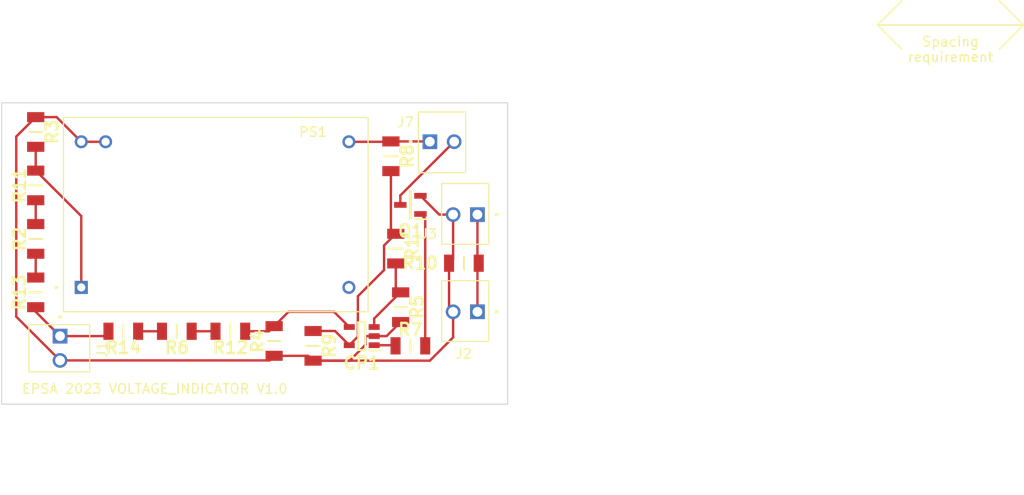
<source format=kicad_pcb>
(kicad_pcb (version 20221018) (generator pcbnew)
  (layers (0 "F.Cu" signal) (31 "B.Cu" signal) (34 "B.Paste" user) (35 "F.Paste" user) (36 "B.SilkS" user "B.Silkscreen") (37 "F.SilkS" user "F.Silkscreen") (38 "B.Mask" user) (39 "F.Mask" user) (44 "Edge.Cuts" user))
  (net 0 "")
  (net 1 "Net-(CP1-OUT)")
  (net 2 "0")
  (net 3 "Net-(CP1-IN-)")
  (net 4 "Net-(CP1-IN+)")
  (net 5 "5V")
  (net 6 "/150V")
  (net 7 "12V")
  (net 8 "Net-(Q1-Pad1)")
  (net 9 "LED-")
  (net 10 "HV+")
  (net 11 "OK_HS_IMD")
  (net 12 "Net-(R11-Pad1)")
  (net 13 "Net-(R12-Pad2)")
  (net 14 "Net-(R13-Pad2)")
  (net 15 "Net-(R14-Pad1)")
  (footprint "EPSA_lib:SOT95P237X112-3N" (layer "F.Cu") (at 169.672 61.468 180)
    (fp_text reference "Q1" (at -0.013584 -2.730562) (layer "F.SilkS") (effects (font (size 1.27 1.27) (thickness 0.254))))
    (fp_text value "NMOS SQ2348ES-T1_GE3" hide)
    (fp_line (start -1.7 -1.5) (end -0.4 -1.5) (stroke (width 0.2)) (layer "F.SilkS"))
    (fp_line (start -0.05 -1.46) (end 0.05 -1.46) (stroke (width 0.2)) (layer "F.SilkS"))
    (fp_line (start -0.05 1.46) (end -0.05 -1.46) (stroke (width 0.2)) (layer "F.SilkS"))
    (fp_line (start 0.05 -1.46) (end 0.05 1.46) (stroke (width 0.2)) (layer "F.SilkS"))
    (fp_line (start 0.05 1.46) (end -0.05 1.46) (stroke (width 0.2)) (layer "F.SilkS"))
    (pad "1" smd rect (at -1.05 -0.95 270) (size 0.6 1.3) (layers "F.Cu" "F.Paste" "F.Mask") (net 8 "Net-(Q1-Pad1)"))
    (pad "2" smd rect (at -1.05 0.95 270) (size 0.6 1.3) (layers "F.Cu" "F.Paste" "F.Mask") (net 2 "0"))
    (pad "3" smd rect (at 1.05 0 270) (size 0.6 1.3) (layers "F.Cu" "F.Paste" "F.Mask") (net 9 "LED-"))
  )
  (footprint "EPSA_lib:RESC3216X70N" (layer "F.Cu") (at 155.448 75.692 90)
    (fp_text reference "R4" (at -0.011901 -1.701971 90) (layer "F.SilkS") (effects (font (size 1.27 1.27) (thickness 0.254))))
    (fp_text value "10k" hide)
    (fp_line (start 0 -0.7) (end 0 0.7) (stroke (width 0.2)) (layer "F.SilkS"))
    (pad "1" smd rect (at -1.55 0 90) (size 1.05 1.8) (layers "F.Cu" "F.Paste" "F.Mask") (net 2 "0"))
    (pad "2" smd rect (at 1.55 0 90) (size 1.05 1.8) (layers "F.Cu" "F.Paste" "F.Mask") (net 4 "Net-(CP1-IN+)"))
  )
  (footprint "EPSA_lib:MOLEX_22-11-2022" (layer "F.Cu") (at 176.673 62.484 180)
    (fp_text reference "J3" (at 5.08 -2.032) (layer "F.SilkS"))
    (fp_text value "2P Droit 2-11-2022")
    (fp_line (start -1.195 -3.1) (end 3.735 -3.1) (stroke (width 0.127)) (layer "F.SilkS"))
    (fp_line (start -1.195 3.25) (end -1.195 -3.1) (stroke (width 0.127)) (layer "F.SilkS"))
    (fp_line (start 3.735 -3.1) (end 3.735 3.25) (stroke (width 0.127)) (layer "F.SilkS"))
    (fp_line (start 3.735 3.25) (end -1.195 3.25) (stroke (width 0.127)) (layer "F.SilkS"))
    (fp_circle (center -2 0) (end -1.9 0) (stroke (width 0.2)) (fill none) (layer "F.SilkS"))
    (pad "1" thru_hole rect (at 0 0 180) (size 1.53 1.53) (drill 1.02) (layers "*.Cu" "*.Mask") (net 11 "OK_HS_IMD"))
    (pad "2" thru_hole circle (at 2.54 0 180) (size 1.53 1.53) (drill 1.02) (layers "*.Cu" "*.Mask") (net 2 "0"))
  )
  (footprint "EPSA_lib:RESC3216X70N" (layer "F.Cu") (at 169.672 76.2)
    (fp_text reference "R7" (at -0.011901 -1.701971) (layer "F.SilkS") (effects (font (size 1.27 1.27) (thickness 0.254))))
    (fp_text value "1k" hide)
    (fp_line (start 0 -0.7) (end 0 0.7) (stroke (width 0.2)) (layer "F.SilkS"))
    (pad "1" smd rect (at -1.55 0) (size 1.05 1.8) (layers "F.Cu" "F.Paste" "F.Mask") (net 1 "Net-(CP1-OUT)"))
    (pad "2" smd rect (at 1.55 0) (size 1.05 1.8) (layers "F.Cu" "F.Paste" "F.Mask") (net 8 "Net-(Q1-Pad1)"))
  )
  (footprint "EPSA_lib:RESC3216X70N" (layer "F.Cu") (at 167.64 56.388 -90)
    (fp_text reference "R8" (at -0.011901 -1.701971 90) (layer "F.SilkS") (effects (font (size 1.27 1.27) (thickness 0.254))))
    (fp_text value "1k4" hide)
    (fp_line (start 0 -0.7) (end 0 0.7) (stroke (width 0.2)) (layer "F.SilkS"))
    (pad "1" smd rect (at -1.55 0 270) (size 1.05 1.8) (layers "F.Cu" "F.Paste" "F.Mask") (net 7 "12V"))
    (pad "2" smd rect (at 1.55 0 270) (size 1.05 1.8) (layers "F.Cu" "F.Paste" "F.Mask") (net 5 "5V"))
  )
  (footprint "Convertisseur DC-DC:CONV_THR_3-7212WI" (layer "F.Cu") (at 149.352 62.484 180)
    (fp_text reference "PS1" (at -10.16 8.636) (layer "F.SilkS"))
    (fp_text value "THR_3-7212WI")
    (fp_line (start -15.9 -10.15) (end -15.9 10.15) (stroke (width 0.127)) (layer "F.SilkS"))
    (fp_line (start -15.9 10.15) (end 15.9 10.15) (stroke (width 0.127)) (layer "F.SilkS"))
    (fp_line (start 15.9 -10.15) (end -15.9 -10.15) (stroke (width 0.127)) (layer "F.SilkS"))
    (fp_line (start 15.9 10.15) (end 15.9 -10.15) (stroke (width 0.127)) (layer "F.SilkS"))
    (fp_circle (center 16.65 -7.61) (end 16.75 -7.61) (stroke (width 0.2)) (fill none) (layer "F.SilkS"))
    (pad "1" thru_hole rect (at 14.04 -7.61 180) (size 1.358 1.358) (drill 0.85) (layers "*.Cu" "*.Mask") (net 6 "/150V"))
    (pad "12" thru_hole circle (at -13.9 -7.61 180) (size 1.358 1.358) (drill 0.85) (layers "*.Cu" "*.Mask"))
    (pad "13" thru_hole circle (at -13.9 7.61 180) (size 1.358 1.358) (drill 0.85) (layers "*.Cu" "*.Mask") (net 7 "12V"))
    (pad "23" thru_hole circle (at 11.5 7.61 180) (size 1.358 1.358) (drill 0.85) (layers "*.Cu" "*.Mask") (net 2 "0"))
    (pad "24" thru_hole circle (at 14.04 7.61 180) (size 1.358 1.358) (drill 0.85) (layers "*.Cu" "*.Mask") (net 2 "0"))
  )
  (footprint "EPSA_lib:RESC3216X70N" (layer "F.Cu") (at 130.556 70.612 90)
    (fp_text reference "R13" (at -0.011901 -1.701971 90) (layer "F.SilkS") (effects (font (size 1.27 1.27) (thickness 0.254))))
    (fp_text value "390k" hide)
    (fp_line (start 0 -0.7) (end 0 0.7) (stroke (width 0.2)) (layer "F.SilkS"))
    (pad "1" smd rect (at -1.55 0 90) (size 1.05 1.8) (layers "F.Cu" "F.Paste" "F.Mask") (net 10 "HV+"))
    (pad "2" smd rect (at 1.55 0 90) (size 1.05 1.8) (layers "F.Cu" "F.Paste" "F.Mask") (net 14 "Net-(R13-Pad2)"))
  )
  (footprint "EPSA_lib:RESC3216X70N" (layer "F.Cu") (at 139.7 74.676 180)
    (fp_text reference "R14" (at -0.011901 -1.701971) (layer "F.SilkS") (effects (font (size 1.27 1.27) (thickness 0.254))))
    (fp_text value "390k" hide)
    (fp_line (start 0 -0.7) (end 0 0.7) (stroke (width 0.2)) (layer "F.SilkS"))
    (pad "1" smd rect (at -1.55 0 180) (size 1.05 1.8) (layers "F.Cu" "F.Paste" "F.Mask") (net 15 "Net-(R14-Pad1)"))
    (pad "2" smd rect (at 1.55 0 180) (size 1.05 1.8) (layers "F.Cu" "F.Paste" "F.Mask") (net 10 "HV+"))
  )
  (footprint "EPSA_lib:RESC3216X70N" (layer "F.Cu") (at 159.512 76.2 -90)
    (fp_text reference "R9" (at -0.011901 -1.701971 90) (layer "F.SilkS") (effects (font (size 1.27 1.27) (thickness 0.254))))
    (fp_text value "1k" hide)
    (fp_line (start 0 -0.7) (end 0 0.7) (stroke (width 0.2)) (layer "F.SilkS"))
    (pad "1" smd rect (at -1.55 0 270) (size 1.05 1.8) (layers "F.Cu" "F.Paste" "F.Mask") (net 5 "5V"))
    (pad "2" smd rect (at 1.55 0 270) (size 1.05 1.8) (layers "F.Cu" "F.Paste" "F.Mask") (net 2 "0"))
  )
  (footprint "EPSA_lib:RESC3216X70N" (layer "F.Cu") (at 168.148 66.04 -90)
    (fp_text reference "R1" (at -0.011901 -1.701971 90) (layer "F.SilkS") (effects (font (size 1.27 1.27) (thickness 0.254))))
    (fp_text value "18k" hide)
    (fp_line (start 0 -0.7) (end 0 0.7) (stroke (width 0.2)) (layer "F.SilkS"))
    (pad "1" smd rect (at -1.55 0 270) (size 1.05 1.8) (layers "F.Cu" "F.Paste" "F.Mask") (net 5 "5V"))
    (pad "2" smd rect (at 1.55 0 270) (size 1.05 1.8) (layers "F.Cu" "F.Paste" "F.Mask") (net 3 "Net-(CP1-IN-)"))
  )
  (footprint "EPSA_lib:RESC3216X70N" (layer "F.Cu") (at 175.26 67.564 180)
    (fp_text reference "R10" (at 4.572 0) (layer "F.SilkS") (effects (font (size 1.27 1.27) (thickness 0.254))))
    (fp_text value "10k" hide)
    (fp_line (start 0 -0.7) (end 0 0.7) (stroke (width 0.2)) (layer "F.SilkS"))
    (pad "1" smd rect (at -1.55 0 180) (size 1.05 1.8) (layers "F.Cu" "F.Paste" "F.Mask") (net 11 "OK_HS_IMD"))
    (pad "2" smd rect (at 1.55 0 180) (size 1.05 1.8) (layers "F.Cu" "F.Paste" "F.Mask") (net 2 "0"))
  )
  (footprint "EPSA_lib:MOLEX_22-11-2022" (layer "F.Cu") (at 171.704 54.864)
    (fp_text reference "J7" (at -2.54 -2.032) (layer "F.SilkS"))
    (fp_text value "2P Droit 2-11-2022")
    (fp_line (start -1.195 -3.1) (end 3.735 -3.1) (stroke (width 0.127)) (layer "F.SilkS"))
    (fp_line (start -1.195 3.25) (end -1.195 -3.1) (stroke (width 0.127)) (layer "F.SilkS"))
    (fp_line (start 3.735 -3.1) (end 3.735 3.25) (stroke (width 0.127)) (layer "F.SilkS"))
    (fp_line (start 3.735 3.25) (end -1.195 3.25) (stroke (width 0.127)) (layer "F.SilkS"))
    (fp_circle (center -2 0) (end -1.9 0) (stroke (width 0.2)) (fill none) (layer "F.SilkS"))
    (pad "1" thru_hole rect (at 0 0) (size 1.53 1.53) (drill 1.02) (layers "*.Cu" "*.Mask") (net 7 "12V"))
    (pad "2" thru_hole circle (at 2.54 0) (size 1.53 1.53) (drill 1.02) (layers "*.Cu" "*.Mask") (net 9 "LED-"))
  )
  (footprint "EPSA_lib:RESC3216X70N" (layer "F.Cu") (at 145.288 74.676 180)
    (fp_text reference "R6" (at -0.011901 -1.701971) (layer "F.SilkS") (effects (font (size 1.27 1.27) (thickness 0.254))))
    (fp_text value "390k" hide)
    (fp_line (start 0 -0.7) (end 0 0.7) (stroke (width 0.2)) (layer "F.SilkS"))
    (pad "1" smd rect (at -1.55 0 180) (size 1.05 1.8) (layers "F.Cu" "F.Paste" "F.Mask") (net 13 "Net-(R12-Pad2)"))
    (pad "2" smd rect (at 1.55 0 180) (size 1.05 1.8) (layers "F.Cu" "F.Paste" "F.Mask") (net 15 "Net-(R14-Pad1)"))
  )
  (footprint "EPSA_lib:MOLEX_22-11-2022" (layer "F.Cu") (at 176.673 72.644 180)
    (fp_text reference "J2" (at 1.425 -4.385) (layer "F.SilkS"))
    (fp_text value "2P Droit 2-11-2022")
    (fp_line (start -1.195 -3.1) (end 3.735 -3.1) (stroke (width 0.127)) (layer "F.SilkS"))
    (fp_line (start -1.195 3.25) (end -1.195 -3.1) (stroke (width 0.127)) (layer "F.SilkS"))
    (fp_line (start 3.735 -3.1) (end 3.735 3.25) (stroke (width 0.127)) (layer "F.SilkS"))
    (fp_line (start 3.735 3.25) (end -1.195 3.25) (stroke (width 0.127)) (layer "F.SilkS"))
    (fp_circle (center -2 0) (end -1.9 0) (stroke (width 0.2)) (fill none) (layer "F.SilkS"))
    (pad "1" thru_hole rect (at 0 0 180) (size 1.53 1.53) (drill 1.02) (layers "*.Cu" "*.Mask") (net 11 "OK_HS_IMD"))
    (pad "2" thru_hole circle (at 2.54 0 180) (size 1.53 1.53) (drill 1.02) (layers "*.Cu" "*.Mask") (net 2 "0"))
  )
  (footprint "EPSA_lib:RESC3216X70N" (layer "F.Cu") (at 130.556 65.024 90)
    (fp_text reference "R2" (at -0.011901 -1.701971 90) (layer "F.SilkS") (effects (font (size 1.27 1.27) (thickness 0.254))))
    (fp_text value "390k" hide)
    (fp_line (start 0 -0.7) (end 0 0.7) (stroke (width 0.2)) (layer "F.SilkS"))
    (pad "1" smd rect (at -1.55 0 90) (size 1.05 1.8) (layers "F.Cu" "F.Paste" "F.Mask") (net 14 "Net-(R13-Pad2)"))
    (pad "2" smd rect (at 1.55 0 90) (size 1.05 1.8) (layers "F.Cu" "F.Paste" "F.Mask") (net 12 "Net-(R11-Pad1)"))
  )
  (footprint "EPSA_lib:MOLEX_22-11-2022" (layer "F.Cu") (at 133.096 75.184 -90)
    (fp_text reference "J1" (at 1.425 -4.385 90) (layer "F.SilkS"))
    (fp_text value "2P Droit 2-11-2022")
    (fp_line (start -1.195 -3.1) (end 3.735 -3.1) (stroke (width 0.127)) (layer "F.SilkS"))
    (fp_line (start -1.195 3.25) (end -1.195 -3.1) (stroke (width 0.127)) (layer "F.SilkS"))
    (fp_line (start 3.735 -3.1) (end 3.735 3.25) (stroke (width 0.127)) (layer "F.SilkS"))
    (fp_line (start 3.735 3.25) (end -1.195 3.25) (stroke (width 0.127)) (layer "F.SilkS"))
    (fp_circle (center -2 0) (end -1.9 0) (stroke (width 0.2)) (fill none) (layer "F.SilkS"))
    (pad "1" thru_hole rect (at 0 0 270) (size 1.53 1.53) (drill 1.02) (layers "*.Cu" "*.Mask") (net 10 "HV+"))
    (pad "2" thru_hole circle (at 2.54 0 270) (size 1.53 1.53) (drill 1.02) (layers "*.Cu" "*.Mask") (net 2 "0"))
  )
  (footprint "EPSA_lib:SOT95P280X145-5N" (layer "F.Cu") (at 164.592 75.184 180)
    (fp_text reference "CP1" (at 0 -2.821039) (layer "F.SilkS") (effects (font (size 1.27 1.27) (thickness 0.254))))
    (fp_text value "Comparateur TS391ILT" hide)
    (fp_line (start -1.875 -1.5) (end -0.725 -1.5) (stroke (width 0.2)) (layer "F.SilkS"))
    (fp_line (start -0.375 -1.45) (end 0.375 -1.45) (stroke (width 0.2)) (layer "F.SilkS"))
    (fp_line (start -0.375 1.45) (end -0.375 -1.45) (stroke (width 0.2)) (layer "F.SilkS"))
    (fp_line (start 0.375 -1.45) (end 0.375 1.45) (stroke (width 0.2)) (layer "F.SilkS"))
    (fp_line (start 0.375 1.45) (end -0.375 1.45) (stroke (width 0.2)) (layer "F.SilkS"))
    (pad "1" smd rect (at -1.3 -0.95 270) (size 0.6 1.15) (layers "F.Cu" "F.Paste" "F.Mask") (net 1 "Net-(CP1-OUT)"))
    (pad "2" smd rect (at -1.3 0 270) (size 0.6 1.15) (layers "F.Cu" "F.Paste" "F.Mask") (net 2 "0"))
    (pad "3" smd rect (at -1.3 0.95 270) (size 0.6 1.15) (layers "F.Cu" "F.Paste" "F.Mask") (net 3 "Net-(CP1-IN-)"))
    (pad "4" smd rect (at 1.3 0.95 270) (size 0.6 1.15) (layers "F.Cu" "F.Paste" "F.Mask") (net 4 "Net-(CP1-IN+)"))
    (pad "5" smd rect (at 1.3 -0.95 270) (size 0.6 1.15) (layers "F.Cu" "F.Paste" "F.Mask") (net 5 "5V"))
  )
  (footprint "EPSA_lib:RESC3216X70N" (layer "F.Cu") (at 168.656 72.162 -90)
    (fp_text reference "R5" (at -0.011901 -1.701971 90) (layer "F.SilkS") (effects (font (size 1.27 1.27) (thickness 0.254))))
    (fp_text value "2k" hide)
    (fp_line (start 0 -0.7) (end 0 0.7) (stroke (width 0.2)) (layer "F.SilkS"))
    (pad "1" smd rect (at -1.55 0 270) (size 1.05 1.8) (layers "F.Cu" "F.Paste" "F.Mask") (net 3 "Net-(CP1-IN-)"))
    (pad "2" smd rect (at 1.55 0 270) (size 1.05 1.8) (layers "F.Cu" "F.Paste" "F.Mask") (net 2 "0"))
  )
  (footprint "EPSA_lib:RESC3216X70N" (layer "F.Cu") (at 150.876 74.676 180)
    (fp_text reference "R12" (at -0.011901 -1.701971) (layer "F.SilkS") (effects (font (size 1.27 1.27) (thickness 0.254))))
    (fp_text value "390k" hide)
    (fp_line (start 0 -0.7) (end 0 0.7) (stroke (width 0.2)) (layer "F.SilkS"))
    (pad "1" smd rect (at -1.55 0 180) (size 1.05 1.8) (layers "F.Cu" "F.Paste" "F.Mask") (net 4 "Net-(CP1-IN+)"))
    (pad "2" smd rect (at 1.55 0 180) (size 1.05 1.8) (layers "F.Cu" "F.Paste" "F.Mask") (net 13 "Net-(R12-Pad2)"))
  )
  (footprint "EPSA_lib:RESC3216X70N" (layer "F.Cu") (at 130.556 53.848 -90)
    (fp_text reference "R3" (at -0.011901 -1.701971 90) (layer "F.SilkS") (effects (font (size 1.27 1.27) (thickness 0.254))))
    (fp_text value "390k" hide)
    (fp_line (start 0 -0.7) (end 0 0.7) (stroke (width 0.2)) (layer "F.SilkS"))
    (pad "1" smd rect (at -1.55 0 270) (size 1.05 1.8) (layers "F.Cu" "F.Paste" "F.Mask") (net 2 "0"))
    (pad "2" smd rect (at 1.55 0 270) (size 1.05 1.8) (layers "F.Cu" "F.Paste" "F.Mask") (net 6 "/150V"))
  )
  (footprint "EPSA_lib:RESC3216X70N" (layer "F.Cu") (at 130.556 59.436 90)
    (fp_text reference "R11" (at -0.011901 -1.701971 90) (layer "F.SilkS") (effects (font (size 1.27 1.27) (thickness 0.254))))
    (fp_text value "390k" hide)
    (fp_line (start 0 -0.7) (end 0 0.7) (stroke (width 0.2)) (layer "F.SilkS"))
    (pad "1" smd rect (at -1.55 0 90) (size 1.05 1.8) (layers "F.Cu" "F.Paste" "F.Mask") (net 12 "Net-(R11-Pad1)"))
    (pad "2" smd rect (at 1.55 0 90) (size 1.05 1.8) (layers "F.Cu" "F.Paste" "F.Mask") (net 6 "/150V"))
  )
  (gr_line (start 220.98 45.212) (end 218.44 42.672) (stroke (width 0.15)) (layer "F.SilkS"))
  (gr_line (start 218.44 42.672) (end 220.98 40.132) (stroke (width 0.15)) (layer "F.SilkS"))
  (gr_line (start 220.98 40.132) (end 218.44 42.672) (stroke (width 0.15)) (layer "F.SilkS"))
  (gr_line (start 218.44 42.672) (end 233.68 42.672) (stroke (width 0.15)) (layer "F.SilkS"))
  (gr_line (start 233.68 42.672) (end 231.14 45.212) (stroke (width 0.15)) (layer "F.SilkS"))
  (gr_line (start 231.14 40.132) (end 233.68 42.672) (stroke (width 0.15)) (layer "F.SilkS"))
  (gr_rect (start 127 50.8) (end 179.832 82.296) (stroke (width 0.1)) (fill none) (layer "Edge.Cuts"))
  (gr_text "Spacing\nrequirement" (at 226.06 45.212) (layer "F.SilkS") (effects (font (size 1 1))))
  (gr_text "EPSA 2023 VOLTAGE_INDICATOR V1.0" (at 129.032 81.28) (layer "F.SilkS") (effects (font (size 1 1)) (justify left bottom)))
  (segment (start 165.892 76.134) (end 168.056 76.134) (width 0.25) (layer "F.Cu") (net 1))
  (segment (start 168.056 76.134) (end 168.122 76.2) (width 0.25) (layer "F.Cu") (net 1))
  (segment (start 135.312 54.874) (end 137.852 54.874) (width 0.25) (layer "F.Cu") (net 2))
  (segment (start 154.966 77.724) (end 155.448 77.242) (width 0.25) (layer "F.Cu") (net 2))
  (segment (start 159.004 77.242) (end 159.512 77.75) (width 0.25) (layer "F.Cu") (net 2))
  (segment (start 159.512 77.75) (end 163.326 77.75) (width 0.25) (layer "F.Cu") (net 2))
  (segment (start 171.704 77.75) (end 174.133 75.321) (width 0.25) (layer "F.Cu") (net 2))
  (segment (start 155.448 77.242) (end 159.004 77.242) (width 0.25) (layer "F.Cu") (net 2))
  (segment (start 173.71 67.564) (end 173.71 72.221) (width 0.25) (layer "F.Cu") (net 2))
  (segment (start 173.71 72.221) (end 174.133 72.644) (width 0.25) (layer "F.Cu") (net 2))
  (segment (start 165.892 75.184) (end 167.184 75.184) (width 0.25) (layer "F.Cu") (net 2))
  (segment (start 133.096 77.724) (end 128.524 73.152) (width 0.25) (layer "F.Cu") (net 2))
  (segment (start 174.133 62.484) (end 172.688 62.484) (width 0.25) (layer "F.Cu") (net 2))
  (segment (start 167.184 75.184) (end 168.656 73.712) (width 0.25) (layer "F.Cu") (net 2))
  (segment (start 130.556 52.298) (end 132.736 52.298) (width 0.25) (layer "F.Cu") (net 2))
  (segment (start 174.133 75.321) (end 174.133 72.644) (width 0.25) (layer "F.Cu") (net 2))
  (segment (start 128.524 73.152) (end 128.524 54.33) (width 0.25) (layer "F.Cu") (net 2))
  (segment (start 165.067 75.184) (end 165.892 75.184) (width 0.25) (layer "F.Cu") (net 2))
  (segment (start 172.688 62.484) (end 170.722 60.518) (width 0.25) (layer "F.Cu") (net 2))
  (segment (start 174.133 62.484) (end 174.133 67.141) (width 0.25) (layer "F.Cu") (net 2))
  (segment (start 164.992 76.084) (end 164.992 75.259) (width 0.25) (layer "F.Cu") (net 2))
  (segment (start 128.524 54.33) (end 130.556 52.298) (width 0.25) (layer "F.Cu") (net 2))
  (segment (start 174.133 67.141) (end 173.71 67.564) (width 0.25) (layer "F.Cu") (net 2))
  (segment (start 132.736 52.298) (end 135.312 54.874) (width 0.25) (layer "F.Cu") (net 2))
  (segment (start 159.512 77.75) (end 171.704 77.75) (width 0.25) (layer "F.Cu") (net 2))
  (segment (start 163.326 77.75) (end 164.992 76.084) (width 0.25) (layer "F.Cu") (net 2))
  (segment (start 164.992 75.259) (end 165.067 75.184) (width 0.25) (layer "F.Cu") (net 2))
  (segment (start 133.096 77.724) (end 154.966 77.724) (width 0.25) (layer "F.Cu") (net 2))
  (segment (start 165.892 74.234) (end 165.892 73.35) (width 0.25) (layer "F.Cu") (net 3))
  (segment (start 168.148 67.59) (end 168.148 70.078) (width 0.25) (layer "F.Cu") (net 3))
  (segment (start 168.148 70.078) (end 168.656 70.586) (width 0.25) (layer "F.Cu") (net 3))
  (segment (start 165.892 73.35) (end 168.656 70.586) (width 0.25) (layer "F.Cu") (net 3))
  (segment (start 152.426 74.676) (end 154.914 74.676) (width 0.25) (layer "F.Cu") (net 4))
  (segment (start 155.448 74.142) (end 156.946 72.644) (width 0.25) (layer "F.Cu") (net 4))
  (segment (start 156.946 72.644) (end 161.702 72.644) (width 0.25) (layer "F.Cu") (net 4))
  (segment (start 161.702 72.644) (end 163.292 74.234) (width 0.25) (layer "F.Cu") (net 4))
  (segment (start 154.914 74.676) (end 155.448 74.142) (width 0.25) (layer "F.Cu") (net 4))
  (segment (start 167.64 57.938) (end 167.64 63.982) (width 0.25) (layer "F.Cu") (net 5))
  (segment (start 159.512 74.65) (end 161.808 74.65) (width 0.25) (layer "F.Cu") (net 5))
  (segment (start 166.923 65.715) (end 166.923 68.281) (width 0.25) (layer "F.Cu") (net 5))
  (segment (start 168.148 64.49) (end 166.923 65.715) (width 0.25) (layer "F.Cu") (net 5))
  (segment (start 164.192 71.012) (end 164.192 75.234) (width 0.25) (layer "F.Cu") (net 5))
  (segment (start 167.64 63.982) (end 168.148 64.49) (width 0.25) (layer "F.Cu") (net 5))
  (segment (start 161.808 74.65) (end 163.292 76.134) (width 0.25) (layer "F.Cu") (net 5))
  (segment (start 164.192 75.234) (end 163.292 76.134) (width 0.25) (layer "F.Cu") (net 5))
  (segment (start 166.923 68.281) (end 164.192 71.012) (width 0.25) (layer "F.Cu") (net 5))
  (segment (start 135.312 62.642) (end 135.312 70.094) (width 0.25) (layer "F.Cu") (net 6))
  (segment (start 130.556 57.886) (end 135.312 62.642) (width 0.25) (layer "F.Cu") (net 6))
  (segment (start 130.556 57.886) (end 130.556 55.398) (width 0.25) (layer "F.Cu") (net 6))
  (segment (start 171.678 54.838) (end 171.704 54.864) (width 0.25) (layer "F.Cu") (net 7))
  (segment (start 163.252 54.874) (end 167.604 54.874) (width 0.25) (layer "F.Cu") (net 7))
  (segment (start 167.604 54.874) (end 167.64 54.838) (width 0.25) (layer "F.Cu") (net 7))
  (segment (start 167.64 54.838) (end 171.678 54.838) (width 0.25) (layer "F.Cu") (net 7))
  (segment (start 171.222 62.918) (end 170.722 62.418) (width 0.25) (layer "F.Cu") (net 8))
  (segment (start 171.222 76.2) (end 171.222 62.918) (width 0.25) (layer "F.Cu") (net 8))
  (segment (start 168.622 60.486) (end 174.244 54.864) (width 0.25) (layer "F.Cu") (net 9))
  (segment (start 168.622 61.468) (end 168.622 60.486) (width 0.25) (layer "F.Cu") (net 9))
  (segment (start 130.556 72.644) (end 130.556 72.162) (width 0.25) (layer "F.Cu") (net 10))
  (segment (start 133.096 75.184) (end 137.642 75.184) (width 0.25) (layer "F.Cu") (net 10))
  (segment (start 137.642 75.184) (end 138.15 74.676) (width 0.25) (layer "F.Cu") (net 10))
  (segment (start 133.096 75.184) (end 130.556 72.644) (width 0.25) (layer "F.Cu") (net 10))
  (segment (start 176.673 62.484) (end 176.673 67.427) (width 0.25) (layer "F.Cu") (net 11))
  (segment (start 176.224 72.618) (end 176.25 72.644) (width 0.25) (layer "F.Cu") (net 11))
  (segment (start 176.673 67.701) (end 176.81 67.564) (width 0.25) (layer "F.Cu") (net 11))
  (segment (start 176.673 67.427) (end 176.81 67.564) (width 0.25) (layer "F.Cu") (net 11))
  (segment (start 176.673 72.644) (end 176.673 67.701) (width 0.25) (layer "F.Cu") (net 11))
  (segment (start 130.556 63.474) (end 130.556 60.986) (width 0.25) (layer "F.Cu") (net 12))
  (segment (start 146.838 74.676) (end 149.326 74.676) (width 0.25) (layer "F.Cu") (net 13))
  (segment (start 130.556 69.062) (end 130.556 66.574) (width 0.25) (layer "F.Cu") (net 14))
  (segment (start 141.25 74.676) (end 143.738 74.676) (width 0.25) (layer "F.Cu") (net 15))
)
</source>
